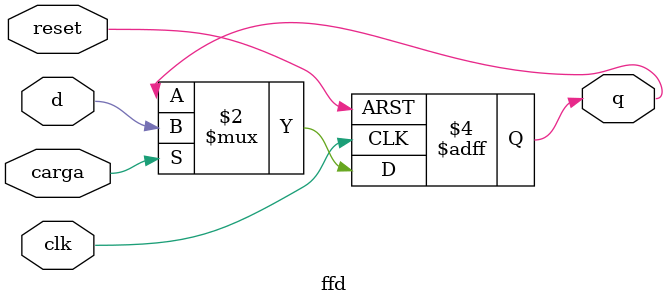
<source format=v>

module regfile(output wire [7:0]  RD1, RD2,     //datos leidos
               input  wire        clk,          // Señal de reloj
               input  wire        we3,          //señal de habilitación de escritura
               input  wire [3:0]  RA1, RA2, WA3,//direcciones de regs leidos y reg a escribir
               input  wire [7:0]  WD3);         //dato a escribir

  reg [7:0] RegBank[0:15]; //memoria de 32 registros de 8 bits de ancho

  initial
  begin
    $readmemb("regfile.dat",RegBank); // inicializa los registros a valores conocidos
  end  
  
  // El registro 0 siempre es cero
  // se leen dos reg combinacionalmente
  // y la escritura del tercero ocurre en flanco de subida del reloj
  always @(posedge clk)
    if (we3) RegBank[WA3] <= WD3;	
  
  assign RD1 = (RA1 != 0) ? RegBank[RA1] : 0;
  assign RD2 = (RA2 != 0) ? RegBank[RA2] : 0;
endmodule

// Sumador simple
module sum(output wire [9:0] Y,     // Salida del sumador
           input  wire [9:0] A, B); // Operandos de la suma

  assign Y = A + B;
endmodule

// Registro de tamaño configurable para modelar el PC. Cambia en cada flanco de subida de reloj o de reset
module registro #(parameter WIDTH = 8)
              (output reg  [WIDTH-1:0] Q,           // Salida del registro
               input  wire             clk, reset,  // Señales de reloj y reseteo
               input  wire [WIDTH-1:0] D);          // Entrada al registro

  always @(posedge clk, posedge reset)
    if (reset) Q <= 0;
    else       Q <= D;
endmodule

// Multiplexor de dos entradas y una salida, de tamaño configurable. Si la señal de selección "s" vale 1, se pone el valor de d1 en la salida; d0 si vale 0
module mux2 #(parameter WIDTH = 8)
             (output wire [WIDTH-1:0] Y,      // Salida del multiplexor
              input  wire [WIDTH-1:0] D0, D1, // Entradas del multiplexor
              input  wire             s);     // Selección

  assign Y = s ? D1 : D0; 
endmodule

//Biestable para el flag de cero
//Biestable tipo D síncrono con reset asíncrono por flanco y entrada de habilitación de carga
module ffd(output reg q, input wire clk, reset, d, carga);
  always @(posedge clk, posedge reset)
    if (reset)
	    q <= 1'b0;
	  else
	    if (carga)
	      q <= d;
endmodule 

</source>
